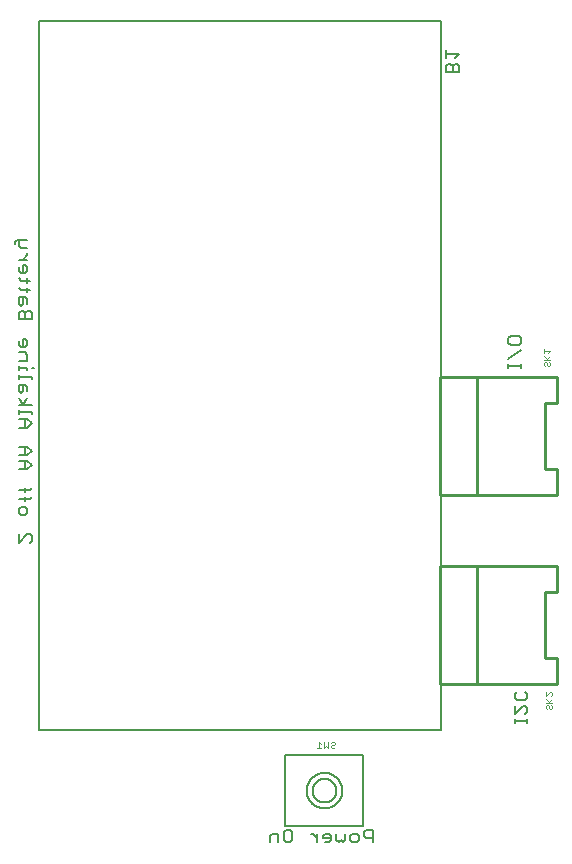
<source format=gbo>
G75*
%MOIN*%
%OFA0B0*%
%FSLAX25Y25*%
%IPPOS*%
%LPD*%
%AMOC8*
5,1,8,0,0,1.08239X$1,22.5*
%
%ADD10C,0.00800*%
%ADD11C,0.00500*%
%ADD12C,0.01000*%
%ADD13C,0.00400*%
D10*
X0058669Y0104876D02*
X0061472Y0107679D01*
X0062172Y0107679D01*
X0062873Y0106978D01*
X0062873Y0105577D01*
X0062172Y0104876D01*
X0058669Y0104876D02*
X0058669Y0107679D01*
X0059370Y0114084D02*
X0058669Y0114785D01*
X0058669Y0116186D01*
X0059370Y0116887D01*
X0060771Y0116887D01*
X0061472Y0116186D01*
X0061472Y0114785D01*
X0060771Y0114084D01*
X0059370Y0114084D01*
X0060771Y0118688D02*
X0060771Y0120089D01*
X0062172Y0119389D02*
X0062873Y0120089D01*
X0062172Y0119389D02*
X0058669Y0119389D01*
X0058669Y0122458D02*
X0062172Y0122458D01*
X0062873Y0123159D01*
X0060771Y0123159D02*
X0060771Y0121757D01*
X0060771Y0129431D02*
X0060771Y0132233D01*
X0061472Y0132233D02*
X0058669Y0132233D01*
X0058669Y0134035D02*
X0061472Y0134035D01*
X0062873Y0135436D01*
X0061472Y0136837D01*
X0058669Y0136837D01*
X0060771Y0136837D02*
X0060771Y0134035D01*
X0061472Y0132233D02*
X0062873Y0130832D01*
X0061472Y0129431D01*
X0058669Y0129431D01*
X0058669Y0143242D02*
X0061472Y0143242D01*
X0062873Y0144644D01*
X0061472Y0146045D01*
X0058669Y0146045D01*
X0058669Y0147846D02*
X0058669Y0149248D01*
X0058669Y0148547D02*
X0062873Y0148547D01*
X0062873Y0147846D01*
X0060771Y0146045D02*
X0060771Y0143242D01*
X0060070Y0150916D02*
X0061472Y0153017D01*
X0061472Y0155453D02*
X0061472Y0156854D01*
X0060771Y0157555D01*
X0058669Y0157555D01*
X0058669Y0155453D01*
X0059370Y0154752D01*
X0060070Y0155453D01*
X0060070Y0157555D01*
X0058669Y0159356D02*
X0058669Y0160757D01*
X0058669Y0160057D02*
X0062873Y0160057D01*
X0062873Y0159356D01*
X0061472Y0162425D02*
X0061472Y0163126D01*
X0058669Y0163126D01*
X0058669Y0162425D02*
X0058669Y0163827D01*
X0058669Y0165495D02*
X0061472Y0165495D01*
X0061472Y0167597D01*
X0060771Y0168297D01*
X0058669Y0168297D01*
X0059370Y0170099D02*
X0060771Y0170099D01*
X0061472Y0170799D01*
X0061472Y0172200D01*
X0060771Y0172901D01*
X0060070Y0172901D01*
X0060070Y0170099D01*
X0059370Y0170099D02*
X0058669Y0170799D01*
X0058669Y0172200D01*
X0058669Y0179307D02*
X0058669Y0181408D01*
X0059370Y0182109D01*
X0060070Y0182109D01*
X0060771Y0181408D01*
X0060771Y0179307D01*
X0060771Y0181408D02*
X0061472Y0182109D01*
X0062172Y0182109D01*
X0062873Y0181408D01*
X0062873Y0179307D01*
X0058669Y0179307D01*
X0059370Y0183910D02*
X0060070Y0184611D01*
X0060070Y0186713D01*
X0060771Y0186713D02*
X0058669Y0186713D01*
X0058669Y0184611D01*
X0059370Y0183910D01*
X0061472Y0184611D02*
X0061472Y0186012D01*
X0060771Y0186713D01*
X0061472Y0188514D02*
X0061472Y0189916D01*
X0062172Y0189215D02*
X0059370Y0189215D01*
X0058669Y0189916D01*
X0059370Y0192284D02*
X0058669Y0192985D01*
X0059370Y0192284D02*
X0062172Y0192284D01*
X0061472Y0191584D02*
X0061472Y0192985D01*
X0060771Y0194653D02*
X0059370Y0194653D01*
X0058669Y0195354D01*
X0058669Y0196755D01*
X0060070Y0197455D02*
X0060070Y0194653D01*
X0060771Y0194653D02*
X0061472Y0195354D01*
X0061472Y0196755D01*
X0060771Y0197455D01*
X0060070Y0197455D01*
X0060070Y0199257D02*
X0061472Y0200658D01*
X0061472Y0201359D01*
X0061472Y0203093D02*
X0059370Y0203093D01*
X0058669Y0203794D01*
X0058669Y0205896D01*
X0057969Y0205896D02*
X0057268Y0205195D01*
X0057268Y0204495D01*
X0057969Y0205896D02*
X0061472Y0205896D01*
X0061472Y0199257D02*
X0058669Y0199257D01*
X0062873Y0163126D02*
X0063573Y0163126D01*
X0058669Y0153017D02*
X0060070Y0150916D01*
X0058669Y0150916D02*
X0062873Y0150916D01*
X0147540Y0009251D02*
X0146839Y0008550D01*
X0146839Y0005748D01*
X0147540Y0005047D01*
X0148941Y0005047D01*
X0149641Y0005748D01*
X0149641Y0008550D01*
X0148941Y0009251D01*
X0147540Y0009251D01*
X0145037Y0007850D02*
X0145037Y0005047D01*
X0142235Y0005047D02*
X0142235Y0007149D01*
X0142936Y0007850D01*
X0145037Y0007850D01*
X0155980Y0007850D02*
X0156681Y0007850D01*
X0158082Y0006448D01*
X0158082Y0005047D02*
X0158082Y0007850D01*
X0159883Y0007149D02*
X0159883Y0006448D01*
X0162686Y0006448D01*
X0162686Y0005748D02*
X0162686Y0007149D01*
X0161985Y0007850D01*
X0160584Y0007850D01*
X0159883Y0007149D01*
X0160584Y0005047D02*
X0161985Y0005047D01*
X0162686Y0005748D01*
X0164487Y0005748D02*
X0165188Y0005047D01*
X0165889Y0005748D01*
X0166589Y0005047D01*
X0167290Y0005748D01*
X0167290Y0007850D01*
X0169091Y0007149D02*
X0169792Y0007850D01*
X0171193Y0007850D01*
X0171894Y0007149D01*
X0171894Y0005748D01*
X0171193Y0005047D01*
X0169792Y0005047D01*
X0169091Y0005748D01*
X0169091Y0007149D01*
X0164487Y0007850D02*
X0164487Y0005748D01*
X0173695Y0007149D02*
X0174396Y0006448D01*
X0176498Y0006448D01*
X0176498Y0005047D02*
X0176498Y0009251D01*
X0174396Y0009251D01*
X0173695Y0008550D01*
X0173695Y0007149D01*
X0223900Y0044700D02*
X0223900Y0046101D01*
X0223900Y0045401D02*
X0228104Y0045401D01*
X0228104Y0046101D02*
X0228104Y0044700D01*
X0227403Y0047769D02*
X0228104Y0048470D01*
X0228104Y0049871D01*
X0227403Y0050572D01*
X0226702Y0050572D01*
X0223900Y0047769D01*
X0223900Y0050572D01*
X0224601Y0052373D02*
X0223900Y0053074D01*
X0223900Y0054475D01*
X0224601Y0055176D01*
X0224601Y0052373D02*
X0227403Y0052373D01*
X0228104Y0053074D01*
X0228104Y0054475D01*
X0227403Y0055176D01*
X0226004Y0163200D02*
X0226004Y0164601D01*
X0226004Y0163901D02*
X0221800Y0163901D01*
X0221800Y0164601D02*
X0221800Y0163200D01*
X0221800Y0166269D02*
X0226004Y0169072D01*
X0225303Y0170873D02*
X0222501Y0170873D01*
X0221800Y0171574D01*
X0221800Y0172975D01*
X0222501Y0173676D01*
X0225303Y0173676D01*
X0226004Y0172975D01*
X0226004Y0171574D01*
X0225303Y0170873D01*
X0205272Y0261728D02*
X0201069Y0261728D01*
X0201069Y0263830D01*
X0201769Y0264531D01*
X0202470Y0264531D01*
X0203170Y0263830D01*
X0203170Y0261728D01*
X0205272Y0261728D02*
X0205272Y0263830D01*
X0204571Y0264531D01*
X0203871Y0264531D01*
X0203170Y0263830D01*
X0203871Y0266332D02*
X0205272Y0267733D01*
X0201069Y0267733D01*
X0201069Y0266332D02*
X0201069Y0269135D01*
D11*
X0065339Y0278624D02*
X0065339Y0042403D01*
X0199197Y0042403D01*
X0199197Y0278624D01*
X0065339Y0278624D01*
X0201031Y0120710D02*
X0208906Y0120710D01*
X0208906Y0057718D02*
X0201031Y0057718D01*
X0173472Y0034096D02*
X0173472Y0010474D01*
X0147488Y0010474D01*
X0147488Y0034096D01*
X0173472Y0034096D01*
X0156543Y0022285D02*
X0156545Y0022410D01*
X0156551Y0022535D01*
X0156561Y0022659D01*
X0156575Y0022783D01*
X0156592Y0022907D01*
X0156614Y0023030D01*
X0156640Y0023152D01*
X0156669Y0023274D01*
X0156702Y0023394D01*
X0156740Y0023513D01*
X0156780Y0023632D01*
X0156825Y0023748D01*
X0156873Y0023863D01*
X0156925Y0023977D01*
X0156981Y0024089D01*
X0157040Y0024199D01*
X0157102Y0024307D01*
X0157168Y0024414D01*
X0157237Y0024518D01*
X0157310Y0024619D01*
X0157385Y0024719D01*
X0157464Y0024816D01*
X0157546Y0024910D01*
X0157631Y0025002D01*
X0157718Y0025091D01*
X0157809Y0025177D01*
X0157902Y0025260D01*
X0157998Y0025341D01*
X0158096Y0025418D01*
X0158196Y0025492D01*
X0158299Y0025563D01*
X0158404Y0025630D01*
X0158512Y0025695D01*
X0158621Y0025755D01*
X0158732Y0025813D01*
X0158845Y0025866D01*
X0158959Y0025916D01*
X0159075Y0025963D01*
X0159192Y0026005D01*
X0159311Y0026044D01*
X0159431Y0026080D01*
X0159552Y0026111D01*
X0159674Y0026139D01*
X0159796Y0026162D01*
X0159920Y0026182D01*
X0160044Y0026198D01*
X0160168Y0026210D01*
X0160293Y0026218D01*
X0160418Y0026222D01*
X0160542Y0026222D01*
X0160667Y0026218D01*
X0160792Y0026210D01*
X0160916Y0026198D01*
X0161040Y0026182D01*
X0161164Y0026162D01*
X0161286Y0026139D01*
X0161408Y0026111D01*
X0161529Y0026080D01*
X0161649Y0026044D01*
X0161768Y0026005D01*
X0161885Y0025963D01*
X0162001Y0025916D01*
X0162115Y0025866D01*
X0162228Y0025813D01*
X0162339Y0025755D01*
X0162449Y0025695D01*
X0162556Y0025630D01*
X0162661Y0025563D01*
X0162764Y0025492D01*
X0162864Y0025418D01*
X0162962Y0025341D01*
X0163058Y0025260D01*
X0163151Y0025177D01*
X0163242Y0025091D01*
X0163329Y0025002D01*
X0163414Y0024910D01*
X0163496Y0024816D01*
X0163575Y0024719D01*
X0163650Y0024619D01*
X0163723Y0024518D01*
X0163792Y0024414D01*
X0163858Y0024307D01*
X0163920Y0024199D01*
X0163979Y0024089D01*
X0164035Y0023977D01*
X0164087Y0023863D01*
X0164135Y0023748D01*
X0164180Y0023632D01*
X0164220Y0023513D01*
X0164258Y0023394D01*
X0164291Y0023274D01*
X0164320Y0023152D01*
X0164346Y0023030D01*
X0164368Y0022907D01*
X0164385Y0022783D01*
X0164399Y0022659D01*
X0164409Y0022535D01*
X0164415Y0022410D01*
X0164417Y0022285D01*
X0164415Y0022160D01*
X0164409Y0022035D01*
X0164399Y0021911D01*
X0164385Y0021787D01*
X0164368Y0021663D01*
X0164346Y0021540D01*
X0164320Y0021418D01*
X0164291Y0021296D01*
X0164258Y0021176D01*
X0164220Y0021057D01*
X0164180Y0020938D01*
X0164135Y0020822D01*
X0164087Y0020707D01*
X0164035Y0020593D01*
X0163979Y0020481D01*
X0163920Y0020371D01*
X0163858Y0020263D01*
X0163792Y0020156D01*
X0163723Y0020052D01*
X0163650Y0019951D01*
X0163575Y0019851D01*
X0163496Y0019754D01*
X0163414Y0019660D01*
X0163329Y0019568D01*
X0163242Y0019479D01*
X0163151Y0019393D01*
X0163058Y0019310D01*
X0162962Y0019229D01*
X0162864Y0019152D01*
X0162764Y0019078D01*
X0162661Y0019007D01*
X0162556Y0018940D01*
X0162448Y0018875D01*
X0162339Y0018815D01*
X0162228Y0018757D01*
X0162115Y0018704D01*
X0162001Y0018654D01*
X0161885Y0018607D01*
X0161768Y0018565D01*
X0161649Y0018526D01*
X0161529Y0018490D01*
X0161408Y0018459D01*
X0161286Y0018431D01*
X0161164Y0018408D01*
X0161040Y0018388D01*
X0160916Y0018372D01*
X0160792Y0018360D01*
X0160667Y0018352D01*
X0160542Y0018348D01*
X0160418Y0018348D01*
X0160293Y0018352D01*
X0160168Y0018360D01*
X0160044Y0018372D01*
X0159920Y0018388D01*
X0159796Y0018408D01*
X0159674Y0018431D01*
X0159552Y0018459D01*
X0159431Y0018490D01*
X0159311Y0018526D01*
X0159192Y0018565D01*
X0159075Y0018607D01*
X0158959Y0018654D01*
X0158845Y0018704D01*
X0158732Y0018757D01*
X0158621Y0018815D01*
X0158511Y0018875D01*
X0158404Y0018940D01*
X0158299Y0019007D01*
X0158196Y0019078D01*
X0158096Y0019152D01*
X0157998Y0019229D01*
X0157902Y0019310D01*
X0157809Y0019393D01*
X0157718Y0019479D01*
X0157631Y0019568D01*
X0157546Y0019660D01*
X0157464Y0019754D01*
X0157385Y0019851D01*
X0157310Y0019951D01*
X0157237Y0020052D01*
X0157168Y0020156D01*
X0157102Y0020263D01*
X0157040Y0020371D01*
X0156981Y0020481D01*
X0156925Y0020593D01*
X0156873Y0020707D01*
X0156825Y0020822D01*
X0156780Y0020938D01*
X0156740Y0021057D01*
X0156702Y0021176D01*
X0156669Y0021296D01*
X0156640Y0021418D01*
X0156614Y0021540D01*
X0156592Y0021663D01*
X0156575Y0021787D01*
X0156561Y0021911D01*
X0156551Y0022035D01*
X0156545Y0022160D01*
X0156543Y0022285D01*
X0154561Y0022285D02*
X0154563Y0022439D01*
X0154569Y0022592D01*
X0154579Y0022746D01*
X0154593Y0022899D01*
X0154611Y0023051D01*
X0154633Y0023203D01*
X0154658Y0023355D01*
X0154688Y0023506D01*
X0154722Y0023656D01*
X0154759Y0023805D01*
X0154801Y0023953D01*
X0154846Y0024099D01*
X0154895Y0024245D01*
X0154948Y0024389D01*
X0155004Y0024532D01*
X0155064Y0024674D01*
X0155128Y0024814D01*
X0155196Y0024952D01*
X0155267Y0025088D01*
X0155341Y0025222D01*
X0155419Y0025355D01*
X0155501Y0025485D01*
X0155585Y0025613D01*
X0155673Y0025739D01*
X0155765Y0025863D01*
X0155859Y0025984D01*
X0155957Y0026103D01*
X0156057Y0026219D01*
X0156161Y0026332D01*
X0156268Y0026443D01*
X0156377Y0026551D01*
X0156489Y0026656D01*
X0156604Y0026758D01*
X0156721Y0026857D01*
X0156841Y0026953D01*
X0156964Y0027046D01*
X0157088Y0027136D01*
X0157216Y0027222D01*
X0157345Y0027306D01*
X0157476Y0027385D01*
X0157610Y0027461D01*
X0157745Y0027534D01*
X0157882Y0027603D01*
X0158021Y0027669D01*
X0158162Y0027731D01*
X0158304Y0027789D01*
X0158448Y0027844D01*
X0158593Y0027895D01*
X0158739Y0027942D01*
X0158886Y0027985D01*
X0159035Y0028025D01*
X0159184Y0028060D01*
X0159335Y0028092D01*
X0159486Y0028120D01*
X0159638Y0028144D01*
X0159790Y0028164D01*
X0159943Y0028180D01*
X0160096Y0028192D01*
X0160250Y0028200D01*
X0160403Y0028204D01*
X0160557Y0028204D01*
X0160710Y0028200D01*
X0160864Y0028192D01*
X0161017Y0028180D01*
X0161170Y0028164D01*
X0161322Y0028144D01*
X0161474Y0028120D01*
X0161625Y0028092D01*
X0161776Y0028060D01*
X0161925Y0028025D01*
X0162074Y0027985D01*
X0162221Y0027942D01*
X0162367Y0027895D01*
X0162512Y0027844D01*
X0162656Y0027789D01*
X0162798Y0027731D01*
X0162939Y0027669D01*
X0163078Y0027603D01*
X0163215Y0027534D01*
X0163350Y0027461D01*
X0163484Y0027385D01*
X0163615Y0027306D01*
X0163744Y0027222D01*
X0163872Y0027136D01*
X0163996Y0027046D01*
X0164119Y0026953D01*
X0164239Y0026857D01*
X0164356Y0026758D01*
X0164471Y0026656D01*
X0164583Y0026551D01*
X0164692Y0026443D01*
X0164799Y0026332D01*
X0164903Y0026219D01*
X0165003Y0026103D01*
X0165101Y0025984D01*
X0165195Y0025863D01*
X0165287Y0025739D01*
X0165375Y0025613D01*
X0165459Y0025485D01*
X0165541Y0025355D01*
X0165619Y0025222D01*
X0165693Y0025088D01*
X0165764Y0024952D01*
X0165832Y0024814D01*
X0165896Y0024674D01*
X0165956Y0024532D01*
X0166012Y0024389D01*
X0166065Y0024245D01*
X0166114Y0024099D01*
X0166159Y0023953D01*
X0166201Y0023805D01*
X0166238Y0023656D01*
X0166272Y0023506D01*
X0166302Y0023355D01*
X0166327Y0023203D01*
X0166349Y0023051D01*
X0166367Y0022899D01*
X0166381Y0022746D01*
X0166391Y0022592D01*
X0166397Y0022439D01*
X0166399Y0022285D01*
X0166397Y0022131D01*
X0166391Y0021978D01*
X0166381Y0021824D01*
X0166367Y0021671D01*
X0166349Y0021519D01*
X0166327Y0021367D01*
X0166302Y0021215D01*
X0166272Y0021064D01*
X0166238Y0020914D01*
X0166201Y0020765D01*
X0166159Y0020617D01*
X0166114Y0020471D01*
X0166065Y0020325D01*
X0166012Y0020181D01*
X0165956Y0020038D01*
X0165896Y0019896D01*
X0165832Y0019756D01*
X0165764Y0019618D01*
X0165693Y0019482D01*
X0165619Y0019348D01*
X0165541Y0019215D01*
X0165459Y0019085D01*
X0165375Y0018957D01*
X0165287Y0018831D01*
X0165195Y0018707D01*
X0165101Y0018586D01*
X0165003Y0018467D01*
X0164903Y0018351D01*
X0164799Y0018238D01*
X0164692Y0018127D01*
X0164583Y0018019D01*
X0164471Y0017914D01*
X0164356Y0017812D01*
X0164239Y0017713D01*
X0164119Y0017617D01*
X0163996Y0017524D01*
X0163872Y0017434D01*
X0163744Y0017348D01*
X0163615Y0017264D01*
X0163484Y0017185D01*
X0163350Y0017109D01*
X0163215Y0017036D01*
X0163078Y0016967D01*
X0162939Y0016901D01*
X0162798Y0016839D01*
X0162656Y0016781D01*
X0162512Y0016726D01*
X0162367Y0016675D01*
X0162221Y0016628D01*
X0162074Y0016585D01*
X0161925Y0016545D01*
X0161776Y0016510D01*
X0161625Y0016478D01*
X0161474Y0016450D01*
X0161322Y0016426D01*
X0161170Y0016406D01*
X0161017Y0016390D01*
X0160864Y0016378D01*
X0160710Y0016370D01*
X0160557Y0016366D01*
X0160403Y0016366D01*
X0160250Y0016370D01*
X0160096Y0016378D01*
X0159943Y0016390D01*
X0159790Y0016406D01*
X0159638Y0016426D01*
X0159486Y0016450D01*
X0159335Y0016478D01*
X0159184Y0016510D01*
X0159035Y0016545D01*
X0158886Y0016585D01*
X0158739Y0016628D01*
X0158593Y0016675D01*
X0158448Y0016726D01*
X0158304Y0016781D01*
X0158162Y0016839D01*
X0158021Y0016901D01*
X0157882Y0016967D01*
X0157745Y0017036D01*
X0157610Y0017109D01*
X0157476Y0017185D01*
X0157345Y0017264D01*
X0157216Y0017348D01*
X0157088Y0017434D01*
X0156964Y0017524D01*
X0156841Y0017617D01*
X0156721Y0017713D01*
X0156604Y0017812D01*
X0156489Y0017914D01*
X0156377Y0018019D01*
X0156268Y0018127D01*
X0156161Y0018238D01*
X0156057Y0018351D01*
X0155957Y0018467D01*
X0155859Y0018586D01*
X0155765Y0018707D01*
X0155673Y0018831D01*
X0155585Y0018957D01*
X0155501Y0019085D01*
X0155419Y0019215D01*
X0155341Y0019348D01*
X0155267Y0019482D01*
X0155196Y0019618D01*
X0155128Y0019756D01*
X0155064Y0019896D01*
X0155004Y0020038D01*
X0154948Y0020181D01*
X0154895Y0020325D01*
X0154846Y0020471D01*
X0154801Y0020617D01*
X0154759Y0020765D01*
X0154722Y0020914D01*
X0154688Y0021064D01*
X0154658Y0021215D01*
X0154633Y0021367D01*
X0154611Y0021519D01*
X0154593Y0021671D01*
X0154579Y0021824D01*
X0154569Y0021978D01*
X0154563Y0022131D01*
X0154561Y0022285D01*
D12*
X0199063Y0057718D02*
X0199063Y0097088D01*
X0211268Y0097088D01*
X0211268Y0057718D01*
X0199063Y0057718D01*
X0211268Y0057718D02*
X0238039Y0057718D01*
X0238039Y0066380D01*
X0234102Y0066380D01*
X0234102Y0088427D01*
X0238039Y0088427D01*
X0238039Y0097088D01*
X0211268Y0097088D01*
X0211268Y0120710D02*
X0199063Y0120710D01*
X0199063Y0160080D01*
X0211268Y0160080D01*
X0211268Y0120710D01*
X0238039Y0120710D01*
X0238039Y0129372D01*
X0234102Y0129372D01*
X0234102Y0151419D01*
X0238039Y0151419D01*
X0238039Y0160080D01*
X0211268Y0160080D01*
D13*
X0233606Y0163975D02*
X0233940Y0163641D01*
X0233606Y0163975D02*
X0233606Y0164642D01*
X0233940Y0164975D01*
X0234274Y0164975D01*
X0234607Y0164642D01*
X0234607Y0163975D01*
X0234941Y0163641D01*
X0235274Y0163641D01*
X0235608Y0163975D01*
X0235608Y0164642D01*
X0235274Y0164975D01*
X0235608Y0165851D02*
X0233606Y0165851D01*
X0234274Y0165851D02*
X0235608Y0167185D01*
X0234941Y0168061D02*
X0235608Y0168728D01*
X0233606Y0168728D01*
X0233606Y0168061D02*
X0233606Y0169395D01*
X0233606Y0167185D02*
X0234607Y0166184D01*
X0234234Y0055103D02*
X0234234Y0053769D01*
X0235568Y0055103D01*
X0235902Y0055103D01*
X0236236Y0054769D01*
X0236236Y0054102D01*
X0235902Y0053769D01*
X0236236Y0052893D02*
X0234901Y0051559D01*
X0235235Y0051892D02*
X0234234Y0052893D01*
X0234234Y0051559D02*
X0236236Y0051559D01*
X0235902Y0050683D02*
X0236236Y0050350D01*
X0236236Y0049682D01*
X0235902Y0049349D01*
X0235568Y0049349D01*
X0235235Y0049682D01*
X0235235Y0050350D01*
X0234901Y0050683D01*
X0234567Y0050683D01*
X0234234Y0050350D01*
X0234234Y0049682D01*
X0234567Y0049349D01*
X0163898Y0038090D02*
X0163898Y0037757D01*
X0163564Y0037423D01*
X0162897Y0037423D01*
X0162563Y0037089D01*
X0162563Y0036756D01*
X0162897Y0036422D01*
X0163564Y0036422D01*
X0163898Y0036756D01*
X0163898Y0038090D02*
X0163564Y0038424D01*
X0162897Y0038424D01*
X0162563Y0038090D01*
X0161688Y0038424D02*
X0161688Y0036422D01*
X0161021Y0037089D01*
X0160353Y0036422D01*
X0160353Y0038424D01*
X0159478Y0037757D02*
X0158811Y0038424D01*
X0158811Y0036422D01*
X0159478Y0036422D02*
X0158143Y0036422D01*
M02*

</source>
